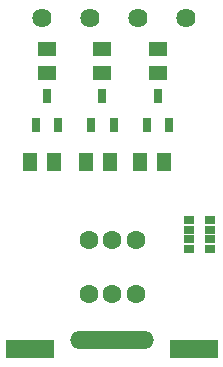
<source format=gbs>
G04 Layer: BottomSolderMaskLayer*
G04 EasyEDA v6.5.23, 2023-04-30 22:23:46*
G04 780a14c897c5458fb3efe7b42501c717,664421963ecb4a5db0a4e46f32b0c09c,10*
G04 Gerber Generator version 0.2*
G04 Scale: 100 percent, Rotated: No, Reflected: No *
G04 Dimensions in millimeters *
G04 leading zeros omitted , absolute positions ,4 integer and 5 decimal *
%FSLAX45Y45*%
%MOMM*%

%AMMACRO1*1,1,$1,$2,$3*1,1,$1,$4,$5*1,1,$1,0-$2,0-$3*1,1,$1,0-$4,0-$5*20,1,$1,$2,$3,$4,$5,0*20,1,$1,$4,$5,0-$2,0-$3,0*20,1,$1,0-$2,0-$3,0-$4,0-$5,0*20,1,$1,0-$4,0-$5,$2,$3,0*4,1,4,$2,$3,$4,$5,0-$2,0-$3,0-$4,0-$5,$2,$3,0*%
%ADD10MACRO1,0.1016X-2X0.75X2X0.75*%
%ADD11MACRO1,0.1016X-0.4X0.325X-0.4X-0.325*%
%ADD12MACRO1,0.1016X-0.4X0.25X-0.4X-0.25*%
%ADD13MACRO1,0.1016X-0.5663X0.6885X-0.5663X-0.6885*%
%ADD14MACRO1,0.1016X0.5663X0.6885X0.5663X-0.6885*%
%ADD15MACRO1,0.1016X-0.3X0.535X-0.3X-0.535*%
%ADD16MACRO1,0.1016X-0.6885X-0.5663X0.6885X-0.5663*%
%ADD17MACRO1,0.1016X-0.6885X0.5663X0.6885X0.5663*%
%ADD18C,1.6000*%
%ADD19C,1.6256*%
%ADD20O,7.101586000000001X1.5015972000000002*%

%LPD*%
D10*
G01*
X412800Y130605D03*
G01*
X1803450Y130605D03*
D11*
G01*
X1764202Y978560D03*
G01*
X1944197Y978560D03*
D12*
G01*
X1764202Y1058544D03*
G01*
X1944197Y1058544D03*
G01*
X1764202Y1138554D03*
G01*
X1944197Y1138554D03*
D11*
G01*
X1764202Y1218539D03*
G01*
X1944197Y1218539D03*
D13*
G01*
X1547804Y1714499D03*
D14*
G01*
X1347795Y1714499D03*
D13*
G01*
X1090604Y1714499D03*
D14*
G01*
X890595Y1714499D03*
D13*
G01*
X620704Y1714499D03*
D14*
G01*
X420695Y1714499D03*
D15*
G01*
X653796Y2022800D03*
G01*
X463803Y2022800D03*
G01*
X558799Y2269799D03*
G01*
X1123696Y2022800D03*
G01*
X933703Y2022800D03*
G01*
X1028699Y2269799D03*
G01*
X1593595Y2022800D03*
G01*
X1403603Y2022800D03*
G01*
X1498600Y2269799D03*
D16*
G01*
X1498600Y2665404D03*
D17*
G01*
X1498600Y2465395D03*
D16*
G01*
X1028700Y2665404D03*
D17*
G01*
X1028700Y2465395D03*
D16*
G01*
X558800Y2665404D03*
D17*
G01*
X558800Y2465395D03*
D18*
G01*
X913460Y1047750D03*
G01*
X1113459Y1047750D03*
G01*
X1313459Y1047750D03*
G01*
X1313459Y597763D03*
G01*
X1113459Y597763D03*
G01*
X913460Y597763D03*
D19*
G01*
X520700Y2933700D03*
G01*
X927100Y2933700D03*
G01*
X1333500Y2933700D03*
G01*
X1739900Y2933700D03*
D20*
G01*
X1115060Y203200D03*
M02*

</source>
